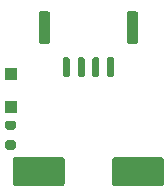
<source format=gbp>
%TF.GenerationSoftware,KiCad,Pcbnew,5.1.7-a382d34a8~88~ubuntu20.04.1*%
%TF.CreationDate,2021-06-08T03:13:41+02:00*%
%TF.ProjectId,uHoubolt_PCB_GNSS,75486f75-626f-46c7-945f-5043425f474e,rev?*%
%TF.SameCoordinates,PX8f0d180PY5f5e100*%
%TF.FileFunction,Paste,Bot*%
%TF.FilePolarity,Positive*%
%FSLAX46Y46*%
G04 Gerber Fmt 4.6, Leading zero omitted, Abs format (unit mm)*
G04 Created by KiCad (PCBNEW 5.1.7-a382d34a8~88~ubuntu20.04.1) date 2021-06-08 03:13:41*
%MOMM*%
%LPD*%
G01*
G04 APERTURE LIST*
%ADD10R,1.100000X1.100000*%
G04 APERTURE END LIST*
%TO.C,C4*%
G36*
G01*
X2000000Y-11800000D02*
X2000000Y-9800000D01*
G75*
G02*
X2250000Y-9550000I250000J0D01*
G01*
X6150000Y-9550000D01*
G75*
G02*
X6400000Y-9800000I0J-250000D01*
G01*
X6400000Y-11800000D01*
G75*
G02*
X6150000Y-12050000I-250000J0D01*
G01*
X2250000Y-12050000D01*
G75*
G02*
X2000000Y-11800000I0J250000D01*
G01*
G37*
G36*
G01*
X-6400000Y-11800000D02*
X-6400000Y-9800000D01*
G75*
G02*
X-6150000Y-9550000I250000J0D01*
G01*
X-2250000Y-9550000D01*
G75*
G02*
X-2000000Y-9800000I0J-250000D01*
G01*
X-2000000Y-11800000D01*
G75*
G02*
X-2250000Y-12050000I-250000J0D01*
G01*
X-6150000Y-12050000D01*
G75*
G02*
X-6400000Y-11800000I0J250000D01*
G01*
G37*
%TD*%
%TO.C,R1*%
G36*
G01*
X-6875000Y-8125000D02*
X-6325000Y-8125000D01*
G75*
G02*
X-6125000Y-8325000I0J-200000D01*
G01*
X-6125000Y-8725000D01*
G75*
G02*
X-6325000Y-8925000I-200000J0D01*
G01*
X-6875000Y-8925000D01*
G75*
G02*
X-7075000Y-8725000I0J200000D01*
G01*
X-7075000Y-8325000D01*
G75*
G02*
X-6875000Y-8125000I200000J0D01*
G01*
G37*
G36*
G01*
X-6875000Y-6475000D02*
X-6325000Y-6475000D01*
G75*
G02*
X-6125000Y-6675000I0J-200000D01*
G01*
X-6125000Y-7075000D01*
G75*
G02*
X-6325000Y-7275000I-200000J0D01*
G01*
X-6875000Y-7275000D01*
G75*
G02*
X-7075000Y-7075000I0J200000D01*
G01*
X-7075000Y-6675000D01*
G75*
G02*
X-6875000Y-6475000I200000J0D01*
G01*
G37*
%TD*%
D10*
%TO.C,D1*%
X-6600000Y-2500000D03*
X-6600000Y-5300000D03*
%TD*%
%TO.C,J1*%
G36*
G01*
X-3225000Y2550000D02*
X-3225000Y250000D01*
G75*
G02*
X-3475000Y0I-250000J0D01*
G01*
X-3975000Y0D01*
G75*
G02*
X-4225000Y250000I0J250000D01*
G01*
X-4225000Y2550000D01*
G75*
G02*
X-3975000Y2800000I250000J0D01*
G01*
X-3475000Y2800000D01*
G75*
G02*
X-3225000Y2550000I0J-250000D01*
G01*
G37*
G36*
G01*
X4225000Y2550000D02*
X4225000Y250000D01*
G75*
G02*
X3975000Y0I-250000J0D01*
G01*
X3475000Y0D01*
G75*
G02*
X3225000Y250000I0J250000D01*
G01*
X3225000Y2550000D01*
G75*
G02*
X3475000Y2800000I250000J0D01*
G01*
X3975000Y2800000D01*
G75*
G02*
X4225000Y2550000I0J-250000D01*
G01*
G37*
G36*
G01*
X-1575000Y-1250000D02*
X-1575000Y-2650000D01*
G75*
G02*
X-1725000Y-2800000I-150000J0D01*
G01*
X-2025000Y-2800000D01*
G75*
G02*
X-2175000Y-2650000I0J150000D01*
G01*
X-2175000Y-1250000D01*
G75*
G02*
X-2025000Y-1100000I150000J0D01*
G01*
X-1725000Y-1100000D01*
G75*
G02*
X-1575000Y-1250000I0J-150000D01*
G01*
G37*
G36*
G01*
X-325000Y-1250000D02*
X-325000Y-2650000D01*
G75*
G02*
X-475000Y-2800000I-150000J0D01*
G01*
X-775000Y-2800000D01*
G75*
G02*
X-925000Y-2650000I0J150000D01*
G01*
X-925000Y-1250000D01*
G75*
G02*
X-775000Y-1100000I150000J0D01*
G01*
X-475000Y-1100000D01*
G75*
G02*
X-325000Y-1250000I0J-150000D01*
G01*
G37*
G36*
G01*
X925000Y-1250000D02*
X925000Y-2650000D01*
G75*
G02*
X775000Y-2800000I-150000J0D01*
G01*
X475000Y-2800000D01*
G75*
G02*
X325000Y-2650000I0J150000D01*
G01*
X325000Y-1250000D01*
G75*
G02*
X475000Y-1100000I150000J0D01*
G01*
X775000Y-1100000D01*
G75*
G02*
X925000Y-1250000I0J-150000D01*
G01*
G37*
G36*
G01*
X2175000Y-1250000D02*
X2175000Y-2650000D01*
G75*
G02*
X2025000Y-2800000I-150000J0D01*
G01*
X1725000Y-2800000D01*
G75*
G02*
X1575000Y-2650000I0J150000D01*
G01*
X1575000Y-1250000D01*
G75*
G02*
X1725000Y-1100000I150000J0D01*
G01*
X2025000Y-1100000D01*
G75*
G02*
X2175000Y-1250000I0J-150000D01*
G01*
G37*
%TD*%
M02*

</source>
